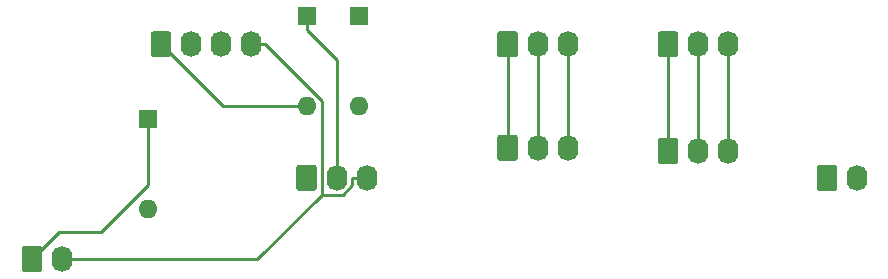
<source format=gbr>
G04 #@! TF.GenerationSoftware,KiCad,Pcbnew,(5.1.5-0-10_14)*
G04 #@! TF.CreationDate,2021-05-10T12:45:42+10:00*
G04 #@! TF.ProjectId,OH - Right Console - 1 - Electrical Power,4f48202d-2052-4696-9768-7420436f6e73,rev?*
G04 #@! TF.SameCoordinates,Original*
G04 #@! TF.FileFunction,Copper,L2,Bot*
G04 #@! TF.FilePolarity,Positive*
%FSLAX46Y46*%
G04 Gerber Fmt 4.6, Leading zero omitted, Abs format (unit mm)*
G04 Created by KiCad (PCBNEW (5.1.5-0-10_14)) date 2021-05-10 12:45:42*
%MOMM*%
%LPD*%
G04 APERTURE LIST*
%ADD10O,1.740000X2.200000*%
%ADD11C,0.100000*%
%ADD12O,1.600000X1.600000*%
%ADD13R,1.600000X1.600000*%
%ADD14C,0.250000*%
G04 APERTURE END LIST*
D10*
X138303000Y-82042000D03*
X135763000Y-82042000D03*
G04 #@! TA.AperFunction,ComponentPad*
D11*
G36*
X133867505Y-80943204D02*
G01*
X133891773Y-80946804D01*
X133915572Y-80952765D01*
X133938671Y-80961030D01*
X133960850Y-80971520D01*
X133981893Y-80984132D01*
X134001599Y-80998747D01*
X134019777Y-81015223D01*
X134036253Y-81033401D01*
X134050868Y-81053107D01*
X134063480Y-81074150D01*
X134073970Y-81096329D01*
X134082235Y-81119428D01*
X134088196Y-81143227D01*
X134091796Y-81167495D01*
X134093000Y-81191999D01*
X134093000Y-82892001D01*
X134091796Y-82916505D01*
X134088196Y-82940773D01*
X134082235Y-82964572D01*
X134073970Y-82987671D01*
X134063480Y-83009850D01*
X134050868Y-83030893D01*
X134036253Y-83050599D01*
X134019777Y-83068777D01*
X134001599Y-83085253D01*
X133981893Y-83099868D01*
X133960850Y-83112480D01*
X133938671Y-83122970D01*
X133915572Y-83131235D01*
X133891773Y-83137196D01*
X133867505Y-83140796D01*
X133843001Y-83142000D01*
X132602999Y-83142000D01*
X132578495Y-83140796D01*
X132554227Y-83137196D01*
X132530428Y-83131235D01*
X132507329Y-83122970D01*
X132485150Y-83112480D01*
X132464107Y-83099868D01*
X132444401Y-83085253D01*
X132426223Y-83068777D01*
X132409747Y-83050599D01*
X132395132Y-83030893D01*
X132382520Y-83009850D01*
X132372030Y-82987671D01*
X132363765Y-82964572D01*
X132357804Y-82940773D01*
X132354204Y-82916505D01*
X132353000Y-82892001D01*
X132353000Y-81191999D01*
X132354204Y-81167495D01*
X132357804Y-81143227D01*
X132363765Y-81119428D01*
X132372030Y-81096329D01*
X132382520Y-81074150D01*
X132395132Y-81053107D01*
X132409747Y-81033401D01*
X132426223Y-81015223D01*
X132444401Y-80998747D01*
X132464107Y-80984132D01*
X132485150Y-80971520D01*
X132507329Y-80961030D01*
X132530428Y-80952765D01*
X132554227Y-80946804D01*
X132578495Y-80943204D01*
X132602999Y-80942000D01*
X133843001Y-80942000D01*
X133867505Y-80943204D01*
G37*
G04 #@! TD.AperFunction*
D10*
X151892000Y-82042000D03*
X149352000Y-82042000D03*
G04 #@! TA.AperFunction,ComponentPad*
D11*
G36*
X147456505Y-80943204D02*
G01*
X147480773Y-80946804D01*
X147504572Y-80952765D01*
X147527671Y-80961030D01*
X147549850Y-80971520D01*
X147570893Y-80984132D01*
X147590599Y-80998747D01*
X147608777Y-81015223D01*
X147625253Y-81033401D01*
X147639868Y-81053107D01*
X147652480Y-81074150D01*
X147662970Y-81096329D01*
X147671235Y-81119428D01*
X147677196Y-81143227D01*
X147680796Y-81167495D01*
X147682000Y-81191999D01*
X147682000Y-82892001D01*
X147680796Y-82916505D01*
X147677196Y-82940773D01*
X147671235Y-82964572D01*
X147662970Y-82987671D01*
X147652480Y-83009850D01*
X147639868Y-83030893D01*
X147625253Y-83050599D01*
X147608777Y-83068777D01*
X147590599Y-83085253D01*
X147570893Y-83099868D01*
X147549850Y-83112480D01*
X147527671Y-83122970D01*
X147504572Y-83131235D01*
X147480773Y-83137196D01*
X147456505Y-83140796D01*
X147432001Y-83142000D01*
X146191999Y-83142000D01*
X146167495Y-83140796D01*
X146143227Y-83137196D01*
X146119428Y-83131235D01*
X146096329Y-83122970D01*
X146074150Y-83112480D01*
X146053107Y-83099868D01*
X146033401Y-83085253D01*
X146015223Y-83068777D01*
X145998747Y-83050599D01*
X145984132Y-83030893D01*
X145971520Y-83009850D01*
X145961030Y-82987671D01*
X145952765Y-82964572D01*
X145946804Y-82940773D01*
X145943204Y-82916505D01*
X145942000Y-82892001D01*
X145942000Y-81191999D01*
X145943204Y-81167495D01*
X145946804Y-81143227D01*
X145952765Y-81119428D01*
X145961030Y-81096329D01*
X145971520Y-81074150D01*
X145984132Y-81053107D01*
X145998747Y-81033401D01*
X146015223Y-81015223D01*
X146033401Y-80998747D01*
X146053107Y-80984132D01*
X146074150Y-80971520D01*
X146096329Y-80961030D01*
X146119428Y-80952765D01*
X146143227Y-80946804D01*
X146167495Y-80943204D01*
X146191999Y-80942000D01*
X147432001Y-80942000D01*
X147456505Y-80943204D01*
G37*
G04 #@! TD.AperFunction*
D10*
X138303000Y-90805000D03*
X135763000Y-90805000D03*
G04 #@! TA.AperFunction,ComponentPad*
D11*
G36*
X133867505Y-89706204D02*
G01*
X133891773Y-89709804D01*
X133915572Y-89715765D01*
X133938671Y-89724030D01*
X133960850Y-89734520D01*
X133981893Y-89747132D01*
X134001599Y-89761747D01*
X134019777Y-89778223D01*
X134036253Y-89796401D01*
X134050868Y-89816107D01*
X134063480Y-89837150D01*
X134073970Y-89859329D01*
X134082235Y-89882428D01*
X134088196Y-89906227D01*
X134091796Y-89930495D01*
X134093000Y-89954999D01*
X134093000Y-91655001D01*
X134091796Y-91679505D01*
X134088196Y-91703773D01*
X134082235Y-91727572D01*
X134073970Y-91750671D01*
X134063480Y-91772850D01*
X134050868Y-91793893D01*
X134036253Y-91813599D01*
X134019777Y-91831777D01*
X134001599Y-91848253D01*
X133981893Y-91862868D01*
X133960850Y-91875480D01*
X133938671Y-91885970D01*
X133915572Y-91894235D01*
X133891773Y-91900196D01*
X133867505Y-91903796D01*
X133843001Y-91905000D01*
X132602999Y-91905000D01*
X132578495Y-91903796D01*
X132554227Y-91900196D01*
X132530428Y-91894235D01*
X132507329Y-91885970D01*
X132485150Y-91875480D01*
X132464107Y-91862868D01*
X132444401Y-91848253D01*
X132426223Y-91831777D01*
X132409747Y-91813599D01*
X132395132Y-91793893D01*
X132382520Y-91772850D01*
X132372030Y-91750671D01*
X132363765Y-91727572D01*
X132357804Y-91703773D01*
X132354204Y-91679505D01*
X132353000Y-91655001D01*
X132353000Y-89954999D01*
X132354204Y-89930495D01*
X132357804Y-89906227D01*
X132363765Y-89882428D01*
X132372030Y-89859329D01*
X132382520Y-89837150D01*
X132395132Y-89816107D01*
X132409747Y-89796401D01*
X132426223Y-89778223D01*
X132444401Y-89761747D01*
X132464107Y-89747132D01*
X132485150Y-89734520D01*
X132507329Y-89724030D01*
X132530428Y-89715765D01*
X132554227Y-89709804D01*
X132578495Y-89706204D01*
X132602999Y-89705000D01*
X133843001Y-89705000D01*
X133867505Y-89706204D01*
G37*
G04 #@! TD.AperFunction*
D10*
X151892000Y-91059000D03*
X149352000Y-91059000D03*
G04 #@! TA.AperFunction,ComponentPad*
D11*
G36*
X147456505Y-89960204D02*
G01*
X147480773Y-89963804D01*
X147504572Y-89969765D01*
X147527671Y-89978030D01*
X147549850Y-89988520D01*
X147570893Y-90001132D01*
X147590599Y-90015747D01*
X147608777Y-90032223D01*
X147625253Y-90050401D01*
X147639868Y-90070107D01*
X147652480Y-90091150D01*
X147662970Y-90113329D01*
X147671235Y-90136428D01*
X147677196Y-90160227D01*
X147680796Y-90184495D01*
X147682000Y-90208999D01*
X147682000Y-91909001D01*
X147680796Y-91933505D01*
X147677196Y-91957773D01*
X147671235Y-91981572D01*
X147662970Y-92004671D01*
X147652480Y-92026850D01*
X147639868Y-92047893D01*
X147625253Y-92067599D01*
X147608777Y-92085777D01*
X147590599Y-92102253D01*
X147570893Y-92116868D01*
X147549850Y-92129480D01*
X147527671Y-92139970D01*
X147504572Y-92148235D01*
X147480773Y-92154196D01*
X147456505Y-92157796D01*
X147432001Y-92159000D01*
X146191999Y-92159000D01*
X146167495Y-92157796D01*
X146143227Y-92154196D01*
X146119428Y-92148235D01*
X146096329Y-92139970D01*
X146074150Y-92129480D01*
X146053107Y-92116868D01*
X146033401Y-92102253D01*
X146015223Y-92085777D01*
X145998747Y-92067599D01*
X145984132Y-92047893D01*
X145971520Y-92026850D01*
X145961030Y-92004671D01*
X145952765Y-91981572D01*
X145946804Y-91957773D01*
X145943204Y-91933505D01*
X145942000Y-91909001D01*
X145942000Y-90208999D01*
X145943204Y-90184495D01*
X145946804Y-90160227D01*
X145952765Y-90136428D01*
X145961030Y-90113329D01*
X145971520Y-90091150D01*
X145984132Y-90070107D01*
X145998747Y-90050401D01*
X146015223Y-90032223D01*
X146033401Y-90015747D01*
X146053107Y-90001132D01*
X146074150Y-89988520D01*
X146096329Y-89978030D01*
X146119428Y-89969765D01*
X146143227Y-89963804D01*
X146167495Y-89960204D01*
X146191999Y-89959000D01*
X147432001Y-89959000D01*
X147456505Y-89960204D01*
G37*
G04 #@! TD.AperFunction*
D10*
X111506000Y-82042000D03*
X108966000Y-82042000D03*
X106426000Y-82042000D03*
G04 #@! TA.AperFunction,ComponentPad*
D11*
G36*
X104530505Y-80943204D02*
G01*
X104554773Y-80946804D01*
X104578572Y-80952765D01*
X104601671Y-80961030D01*
X104623850Y-80971520D01*
X104644893Y-80984132D01*
X104664599Y-80998747D01*
X104682777Y-81015223D01*
X104699253Y-81033401D01*
X104713868Y-81053107D01*
X104726480Y-81074150D01*
X104736970Y-81096329D01*
X104745235Y-81119428D01*
X104751196Y-81143227D01*
X104754796Y-81167495D01*
X104756000Y-81191999D01*
X104756000Y-82892001D01*
X104754796Y-82916505D01*
X104751196Y-82940773D01*
X104745235Y-82964572D01*
X104736970Y-82987671D01*
X104726480Y-83009850D01*
X104713868Y-83030893D01*
X104699253Y-83050599D01*
X104682777Y-83068777D01*
X104664599Y-83085253D01*
X104644893Y-83099868D01*
X104623850Y-83112480D01*
X104601671Y-83122970D01*
X104578572Y-83131235D01*
X104554773Y-83137196D01*
X104530505Y-83140796D01*
X104506001Y-83142000D01*
X103265999Y-83142000D01*
X103241495Y-83140796D01*
X103217227Y-83137196D01*
X103193428Y-83131235D01*
X103170329Y-83122970D01*
X103148150Y-83112480D01*
X103127107Y-83099868D01*
X103107401Y-83085253D01*
X103089223Y-83068777D01*
X103072747Y-83050599D01*
X103058132Y-83030893D01*
X103045520Y-83009850D01*
X103035030Y-82987671D01*
X103026765Y-82964572D01*
X103020804Y-82940773D01*
X103017204Y-82916505D01*
X103016000Y-82892001D01*
X103016000Y-81191999D01*
X103017204Y-81167495D01*
X103020804Y-81143227D01*
X103026765Y-81119428D01*
X103035030Y-81096329D01*
X103045520Y-81074150D01*
X103058132Y-81053107D01*
X103072747Y-81033401D01*
X103089223Y-81015223D01*
X103107401Y-80998747D01*
X103127107Y-80984132D01*
X103148150Y-80971520D01*
X103170329Y-80961030D01*
X103193428Y-80952765D01*
X103217227Y-80946804D01*
X103241495Y-80943204D01*
X103265999Y-80942000D01*
X104506001Y-80942000D01*
X104530505Y-80943204D01*
G37*
G04 #@! TD.AperFunction*
D10*
X162814000Y-93345000D03*
G04 #@! TA.AperFunction,ComponentPad*
D11*
G36*
X160918505Y-92246204D02*
G01*
X160942773Y-92249804D01*
X160966572Y-92255765D01*
X160989671Y-92264030D01*
X161011850Y-92274520D01*
X161032893Y-92287132D01*
X161052599Y-92301747D01*
X161070777Y-92318223D01*
X161087253Y-92336401D01*
X161101868Y-92356107D01*
X161114480Y-92377150D01*
X161124970Y-92399329D01*
X161133235Y-92422428D01*
X161139196Y-92446227D01*
X161142796Y-92470495D01*
X161144000Y-92494999D01*
X161144000Y-94195001D01*
X161142796Y-94219505D01*
X161139196Y-94243773D01*
X161133235Y-94267572D01*
X161124970Y-94290671D01*
X161114480Y-94312850D01*
X161101868Y-94333893D01*
X161087253Y-94353599D01*
X161070777Y-94371777D01*
X161052599Y-94388253D01*
X161032893Y-94402868D01*
X161011850Y-94415480D01*
X160989671Y-94425970D01*
X160966572Y-94434235D01*
X160942773Y-94440196D01*
X160918505Y-94443796D01*
X160894001Y-94445000D01*
X159653999Y-94445000D01*
X159629495Y-94443796D01*
X159605227Y-94440196D01*
X159581428Y-94434235D01*
X159558329Y-94425970D01*
X159536150Y-94415480D01*
X159515107Y-94402868D01*
X159495401Y-94388253D01*
X159477223Y-94371777D01*
X159460747Y-94353599D01*
X159446132Y-94333893D01*
X159433520Y-94312850D01*
X159423030Y-94290671D01*
X159414765Y-94267572D01*
X159408804Y-94243773D01*
X159405204Y-94219505D01*
X159404000Y-94195001D01*
X159404000Y-92494999D01*
X159405204Y-92470495D01*
X159408804Y-92446227D01*
X159414765Y-92422428D01*
X159423030Y-92399329D01*
X159433520Y-92377150D01*
X159446132Y-92356107D01*
X159460747Y-92336401D01*
X159477223Y-92318223D01*
X159495401Y-92301747D01*
X159515107Y-92287132D01*
X159536150Y-92274520D01*
X159558329Y-92264030D01*
X159581428Y-92255765D01*
X159605227Y-92249804D01*
X159629495Y-92246204D01*
X159653999Y-92245000D01*
X160894001Y-92245000D01*
X160918505Y-92246204D01*
G37*
G04 #@! TD.AperFunction*
D10*
X95504000Y-100203000D03*
G04 #@! TA.AperFunction,ComponentPad*
D11*
G36*
X93608505Y-99104204D02*
G01*
X93632773Y-99107804D01*
X93656572Y-99113765D01*
X93679671Y-99122030D01*
X93701850Y-99132520D01*
X93722893Y-99145132D01*
X93742599Y-99159747D01*
X93760777Y-99176223D01*
X93777253Y-99194401D01*
X93791868Y-99214107D01*
X93804480Y-99235150D01*
X93814970Y-99257329D01*
X93823235Y-99280428D01*
X93829196Y-99304227D01*
X93832796Y-99328495D01*
X93834000Y-99352999D01*
X93834000Y-101053001D01*
X93832796Y-101077505D01*
X93829196Y-101101773D01*
X93823235Y-101125572D01*
X93814970Y-101148671D01*
X93804480Y-101170850D01*
X93791868Y-101191893D01*
X93777253Y-101211599D01*
X93760777Y-101229777D01*
X93742599Y-101246253D01*
X93722893Y-101260868D01*
X93701850Y-101273480D01*
X93679671Y-101283970D01*
X93656572Y-101292235D01*
X93632773Y-101298196D01*
X93608505Y-101301796D01*
X93584001Y-101303000D01*
X92343999Y-101303000D01*
X92319495Y-101301796D01*
X92295227Y-101298196D01*
X92271428Y-101292235D01*
X92248329Y-101283970D01*
X92226150Y-101273480D01*
X92205107Y-101260868D01*
X92185401Y-101246253D01*
X92167223Y-101229777D01*
X92150747Y-101211599D01*
X92136132Y-101191893D01*
X92123520Y-101170850D01*
X92113030Y-101148671D01*
X92104765Y-101125572D01*
X92098804Y-101101773D01*
X92095204Y-101077505D01*
X92094000Y-101053001D01*
X92094000Y-99352999D01*
X92095204Y-99328495D01*
X92098804Y-99304227D01*
X92104765Y-99280428D01*
X92113030Y-99257329D01*
X92123520Y-99235150D01*
X92136132Y-99214107D01*
X92150747Y-99194401D01*
X92167223Y-99176223D01*
X92185401Y-99159747D01*
X92205107Y-99145132D01*
X92226150Y-99132520D01*
X92248329Y-99122030D01*
X92271428Y-99113765D01*
X92295227Y-99107804D01*
X92319495Y-99104204D01*
X92343999Y-99103000D01*
X93584001Y-99103000D01*
X93608505Y-99104204D01*
G37*
G04 #@! TD.AperFunction*
D10*
X121285000Y-93345000D03*
X118745000Y-93345000D03*
G04 #@! TA.AperFunction,ComponentPad*
D11*
G36*
X116849505Y-92246204D02*
G01*
X116873773Y-92249804D01*
X116897572Y-92255765D01*
X116920671Y-92264030D01*
X116942850Y-92274520D01*
X116963893Y-92287132D01*
X116983599Y-92301747D01*
X117001777Y-92318223D01*
X117018253Y-92336401D01*
X117032868Y-92356107D01*
X117045480Y-92377150D01*
X117055970Y-92399329D01*
X117064235Y-92422428D01*
X117070196Y-92446227D01*
X117073796Y-92470495D01*
X117075000Y-92494999D01*
X117075000Y-94195001D01*
X117073796Y-94219505D01*
X117070196Y-94243773D01*
X117064235Y-94267572D01*
X117055970Y-94290671D01*
X117045480Y-94312850D01*
X117032868Y-94333893D01*
X117018253Y-94353599D01*
X117001777Y-94371777D01*
X116983599Y-94388253D01*
X116963893Y-94402868D01*
X116942850Y-94415480D01*
X116920671Y-94425970D01*
X116897572Y-94434235D01*
X116873773Y-94440196D01*
X116849505Y-94443796D01*
X116825001Y-94445000D01*
X115584999Y-94445000D01*
X115560495Y-94443796D01*
X115536227Y-94440196D01*
X115512428Y-94434235D01*
X115489329Y-94425970D01*
X115467150Y-94415480D01*
X115446107Y-94402868D01*
X115426401Y-94388253D01*
X115408223Y-94371777D01*
X115391747Y-94353599D01*
X115377132Y-94333893D01*
X115364520Y-94312850D01*
X115354030Y-94290671D01*
X115345765Y-94267572D01*
X115339804Y-94243773D01*
X115336204Y-94219505D01*
X115335000Y-94195001D01*
X115335000Y-92494999D01*
X115336204Y-92470495D01*
X115339804Y-92446227D01*
X115345765Y-92422428D01*
X115354030Y-92399329D01*
X115364520Y-92377150D01*
X115377132Y-92356107D01*
X115391747Y-92336401D01*
X115408223Y-92318223D01*
X115426401Y-92301747D01*
X115446107Y-92287132D01*
X115467150Y-92274520D01*
X115489329Y-92264030D01*
X115512428Y-92255765D01*
X115536227Y-92249804D01*
X115560495Y-92246204D01*
X115584999Y-92245000D01*
X116825001Y-92245000D01*
X116849505Y-92246204D01*
G37*
G04 #@! TD.AperFunction*
D12*
X102743000Y-96012000D03*
D13*
X102743000Y-88392000D03*
D12*
X116205000Y-87292000D03*
D13*
X116205000Y-79672000D03*
D12*
X120650000Y-87292000D03*
D13*
X120650000Y-79672000D03*
D14*
X116205000Y-87292000D02*
X109136000Y-87292000D01*
X109136000Y-87292000D02*
X103886000Y-82042000D01*
X116205000Y-80797300D02*
X118745000Y-83337300D01*
X118745000Y-83337300D02*
X118745000Y-93345000D01*
X116205000Y-79672000D02*
X116205000Y-80797300D01*
X102743000Y-88392000D02*
X102743000Y-93978500D01*
X102743000Y-93978500D02*
X98811400Y-97910100D01*
X98811400Y-97910100D02*
X95256900Y-97910100D01*
X95256900Y-97910100D02*
X92964000Y-100203000D01*
X117475500Y-94780800D02*
X112053300Y-100203000D01*
X112053300Y-100203000D02*
X95504000Y-100203000D01*
X112701300Y-82042000D02*
X117475500Y-86816200D01*
X117475500Y-86816200D02*
X117475500Y-94780800D01*
X117475500Y-94780800D02*
X119251500Y-94780800D01*
X119251500Y-94780800D02*
X120089700Y-93942600D01*
X120089700Y-93942600D02*
X120089700Y-93345000D01*
X111506000Y-82042000D02*
X112701300Y-82042000D01*
X121285000Y-93345000D02*
X120089700Y-93345000D01*
X151892000Y-91059000D02*
X151892000Y-82042000D01*
X149352000Y-91059000D02*
X149352000Y-82042000D01*
X146812000Y-91059000D02*
X146812000Y-82042000D01*
X138303000Y-90805000D02*
X138303000Y-82042000D01*
X135763000Y-90805000D02*
X135763000Y-82042000D01*
X133223000Y-90805000D02*
X133223000Y-82042000D01*
M02*

</source>
